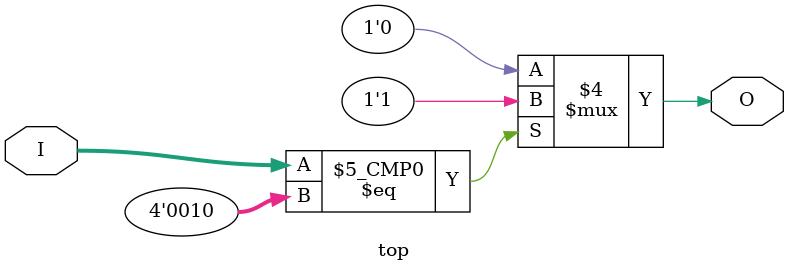
<source format=v>
module top( (* keep *) input [3:0] I, output O);
    always @(I)
    case(I)
        4'b0010 : O = 1;
        4'b0000 : O = 0;
        default : O = 0;
    endcase
endmodule // top

</source>
